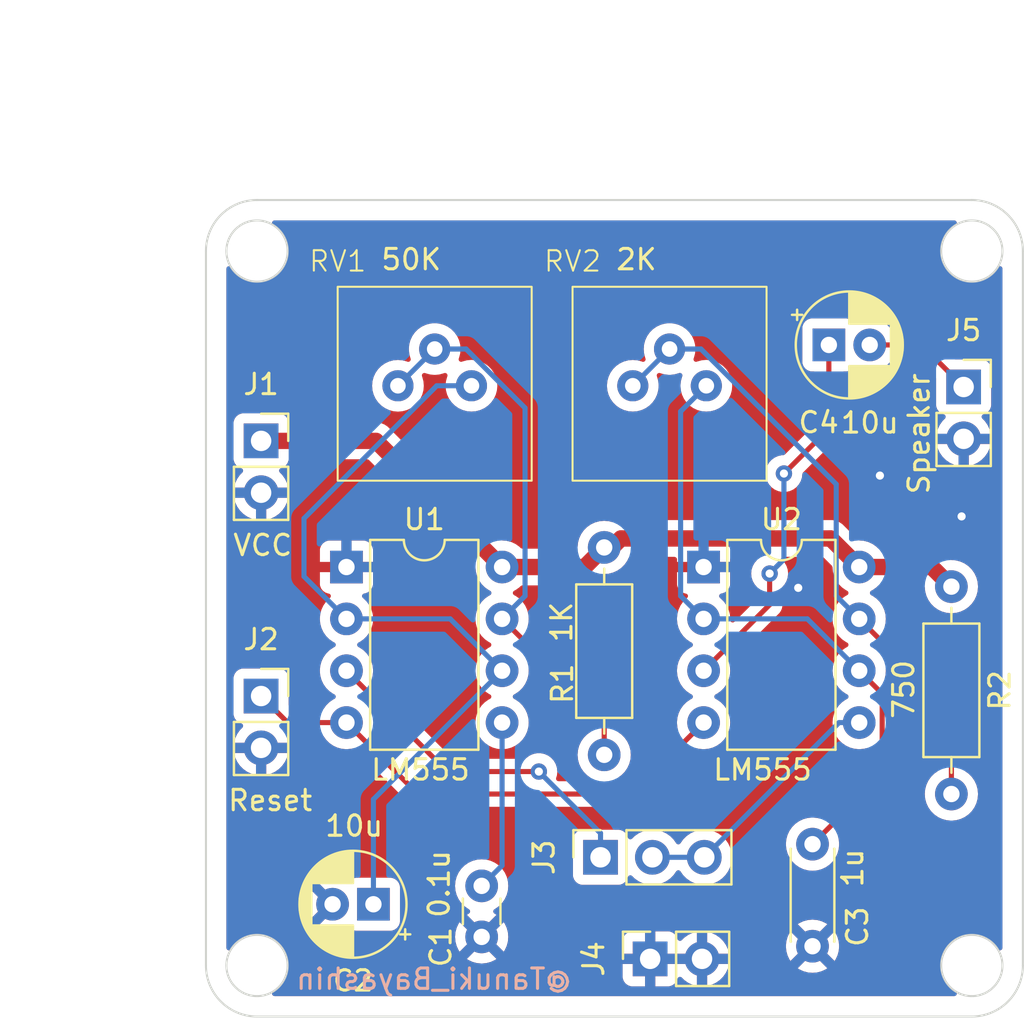
<source format=kicad_pcb>
(kicad_pcb (version 20240108) (generator "pcbnew") (generator_version "8.0")
  (layers (0 "F.Cu" signal) (31 "B.Cu" signal) (34 "B.Paste" user) (35 "F.Paste" user) (36 "B.SilkS" user "B.Silkscreen") (37 "F.SilkS" user "F.Silkscreen") (38 "B.Mask" user) (39 "F.Mask" user) (44 "Edge.Cuts" user))
  (net 0 "")
  (net 1 "Net-(U1-CV)")
  (net 2 "GND")
  (net 3 "Net-(U1-THR)")
  (net 4 "Net-(U2-THR)")
  (net 5 "Net-(U2-Q)")
  (net 6 "Net-(J2-Pin_1)")
  (net 7 "+8V")
  (net 8 "Net-(U1-DIS)")
  (net 9 "Net-(U2-DIS)")
  (net 10 "Net-(J5-Pin_1)")
  (net 11 "Net-(J3-Pin_1)")
  (net 12 "Net-(J3-Pin_2)")
  (footprint "Capacitor_THT:C_Disc_D4.3mm_W1.9mm_P5.00mm" (layer "F.Cu") (at 139.7 91.556 -90)
    (property "Reference" "C3" (at 4.044 -2.2 90) (layer "F.SilkS"))
    (property "Value" "1u")
    (fp_line (start 0.23 1.07) (end 4.77 1.07) (stroke (width 0.12)) (layer "F.SilkS"))
    (fp_line (start 0.23 1.055) (end 0.23 1.07) (stroke (width 0.12)) (layer "F.SilkS"))
    (fp_line (start 4.77 1.055) (end 4.77 1.07) (stroke (width 0.12)) (layer "F.SilkS"))
    (fp_line (start 0.23 -1.07) (end 0.23 -1.055) (stroke (width 0.12)) (layer "F.SilkS"))
    (fp_line (start 0.23 -1.07) (end 4.77 -1.07) (stroke (width 0.12)) (layer "F.SilkS"))
    (fp_line (start 4.77 -1.07) (end 4.77 -1.055) (stroke (width 0.12)) (layer "F.SilkS"))
    (pad "1" thru_hole circle (at 0 0 270) (size 1.6 1.6) (drill 0.8) (layers "*.Cu" "*.Mask") (net 4 "Net-(U2-THR)"))
    (pad "2" thru_hole circle (at 5 0 270) (size 1.6 1.6) (drill 0.8) (layers "*.Cu" "*.Mask") (net 2 "GND"))
  )
  (footprint "Connector_PinSocket_2.54mm:PinSocket_1x02_P2.54mm_Vertical" (layer "F.Cu") (at 147.1 69.16)
    (property "Reference" "J5" (at 0 -2.77 0) (layer "F.SilkS"))
    (property "Value" "Conn_01x02_Socket")
    (fp_line (start -1.33 1.27) (end -1.33 3.87) (stroke (width 0.12)) (layer "F.SilkS"))
    (fp_line (start -1.33 1.27) (end 1.33 1.27) (stroke (width 0.12)) (layer "F.SilkS"))
    (fp_line (start -1.33 3.87) (end 1.33 3.87) (stroke (width 0.12)) (layer "F.SilkS"))
    (fp_line (start 0 -1.33) (end 1.33 -1.33) (stroke (width 0.12)) (layer "F.SilkS"))
    (fp_line (start 1.33 -1.33) (end 1.33 0) (stroke (width 0.12)) (layer "F.SilkS"))
    (fp_line (start 1.33 1.27) (end 1.33 3.87) (stroke (width 0.12)) (layer "F.SilkS"))
    (pad "1" thru_hole rect (at 0 0) (size 1.7 1.7) (drill 1) (layers "*.Cu" "*.Mask") (net 10 "Net-(J5-Pin_1)"))
    (pad "2" thru_hole oval (at 0 2.54) (size 1.7 1.7) (drill 1) (layers "*.Cu" "*.Mask") (net 2 "GND"))
  )
  (footprint "Package_DIP:DIP-8_W7.62mm" (layer "F.Cu") (at 134.366 77.98)
    (property "Reference" "U2" (at 3.81 -2.33 0) (layer "F.SilkS"))
    (property "Value" "LM555xN")
    (fp_line (start 1.16 -1.33) (end 1.16 8.95) (stroke (width 0.12)) (layer "F.SilkS"))
    (fp_line (start 1.16 8.95) (end 6.46 8.95) (stroke (width 0.12)) (layer "F.SilkS"))
    (fp_line (start 2.81 -1.33) (end 1.16 -1.33) (stroke (width 0.12)) (layer "F.SilkS"))
    (fp_line (start 6.46 -1.33) (end 4.81 -1.33) (stroke (width 0.12)) (layer "F.SilkS"))
    (fp_line (start 6.46 8.95) (end 6.46 -1.33) (stroke (width 0.12)) (layer "F.SilkS"))
    (fp_arc (start 4.81 -1.33) (mid 3.81 -0.33) (end 2.81 -1.33) (stroke (width 0.12)) (layer "F.SilkS"))
    (pad "1" thru_hole rect (at 0 0) (size 1.6 1.6) (drill 0.8) (layers "*.Cu" "*.Mask") (net 2 "GND"))
    (pad "2" thru_hole oval (at 0 2.54) (size 1.6 1.6) (drill 0.8) (layers "*.Cu" "*.Mask") (net 4 "Net-(U2-THR)"))
    (pad "3" thru_hole oval (at 0 5.08) (size 1.6 1.6) (drill 0.8) (layers "*.Cu" "*.Mask") (net 5 "Net-(U2-Q)"))
    (pad "4" thru_hole oval (at 0 7.62) (size 1.6 1.6) (drill 0.8) (layers "*.Cu" "*.Mask") (net 6 "Net-(J2-Pin_1)"))
    (pad "5" thru_hole oval (at 7.62 7.62) (size 1.6 1.6) (drill 0.8) (layers "*.Cu" "*.Mask") (net 12 "Net-(J3-Pin_2)"))
    (pad "6" thru_hole oval (at 7.62 5.08) (size 1.6 1.6) (drill 0.8) (layers "*.Cu" "*.Mask") (net 4 "Net-(U2-THR)"))
    (pad "7" thru_hole oval (at 7.62 2.54) (size 1.6 1.6) (drill 0.8) (layers "*.Cu" "*.Mask") (net 9 "Net-(U2-DIS)"))
    (pad "8" thru_hole oval (at 7.62 0) (size 1.6 1.6) (drill 0.8) (layers "*.Cu" "*.Mask") (net 7 "+8V"))
  )
  (footprint "Package_DIP:DIP-8_W7.62mm" (layer "F.Cu") (at 116.88 77.98)
    (property "Reference" "U1" (at 3.81 -2.33 0) (layer "F.SilkS"))
    (property "Value" "LM555xN")
    (fp_line (start 1.16 -1.33) (end 1.16 8.95) (stroke (width 0.12)) (layer "F.SilkS"))
    (fp_line (start 1.16 8.95) (end 6.46 8.95) (stroke (width 0.12)) (layer "F.SilkS"))
    (fp_line (start 2.81 -1.33) (end 1.16 -1.33) (stroke (width 0.12)) (layer "F.SilkS"))
    (fp_line (start 6.46 -1.33) (end 4.81 -1.33) (stroke (width 0.12)) (layer "F.SilkS"))
    (fp_line (start 6.46 8.95) (end 6.46 -1.33) (stroke (width 0.12)) (layer "F.SilkS"))
    (fp_arc (start 4.81 -1.33) (mid 3.81 -0.33) (end 2.81 -1.33) (stroke (width 0.12)) (layer "F.SilkS"))
    (pad "1" thru_hole rect (at 0 0) (size 1.6 1.6) (drill 0.8) (layers "*.Cu" "*.Mask") (net 2 "GND"))
    (pad "2" thru_hole oval (at 0 2.54) (size 1.6 1.6) (drill 0.8) (layers "*.Cu" "*.Mask") (net 3 "Net-(U1-THR)"))
    (pad "3" thru_hole oval (at 0 5.08) (size 1.6 1.6) (drill 0.8) (layers "*.Cu" "*.Mask") (net 11 "Net-(J3-Pin_1)"))
    (pad "4" thru_hole oval (at 0 7.62) (size 1.6 1.6) (drill 0.8) (layers "*.Cu" "*.Mask") (net 6 "Net-(J2-Pin_1)"))
    (pad "5" thru_hole oval (at 7.62 7.62) (size 1.6 1.6) (drill 0.8) (layers "*.Cu" "*.Mask") (net 1 "Net-(U1-CV)"))
    (pad "6" thru_hole oval (at 7.62 5.08) (size 1.6 1.6) (drill 0.8) (layers "*.Cu" "*.Mask") (net 3 "Net-(U1-THR)"))
    (pad "7" thru_hole oval (at 7.62 2.54) (size 1.6 1.6) (drill 0.8) (layers "*.Cu" "*.Mask") (net 8 "Net-(U1-DIS)"))
    (pad "8" thru_hole oval (at 7.62 0) (size 1.6 1.6) (drill 0.8) (layers "*.Cu" "*.Mask") (net 7 "+8V"))
  )
  (footprint "Connector_PinSocket_2.54mm:PinSocket_1x02_P2.54mm_Vertical" (layer "F.Cu") (at 112.7 71.8)
    (property "Reference" "J1" (at 0 -2.77 0) (layer "F.SilkS"))
    (property "Value" "Conn_01x02_Socket")
    (fp_line (start -1.33 1.27) (end -1.33 3.87) (stroke (width 0.12)) (layer "F.SilkS"))
    (fp_line (start -1.33 1.27) (end 1.33 1.27) (stroke (width 0.12)) (layer "F.SilkS"))
    (fp_line (start -1.33 3.87) (end 1.33 3.87) (stroke (width 0.12)) (layer "F.SilkS"))
    (fp_line (start 0 -1.33) (end 1.33 -1.33) (stroke (width 0.12)) (layer "F.SilkS"))
    (fp_line (start 1.33 -1.33) (end 1.33 0) (stroke (width 0.12)) (layer "F.SilkS"))
    (fp_line (start 1.33 1.27) (end 1.33 3.87) (stroke (width 0.12)) (layer "F.SilkS"))
    (pad "1" thru_hole rect (at 0 0) (size 1.7 1.7) (drill 1) (layers "*.Cu" "*.Mask") (net 7 "+8V"))
    (pad "2" thru_hole oval (at 0 2.54) (size 1.7 1.7) (drill 1) (layers "*.Cu" "*.Mask") (net 2 "GND"))
  )
  (footprint "Capacitor_THT:CP_Radial_D5.0mm_P2.00mm" (layer "F.Cu") (at 118.2 94.5 180)
    (property "Reference" "C2" (at 1 -3.75 0) (layer "F.SilkS"))
    (property "Value" "10u")
    (fp_line (start 3.601 -0.284) (end 3.601 0.284) (stroke (width 0.12)) (layer "F.SilkS"))
    (fp_line (start 3.561 -0.518) (end 3.561 0.518) (stroke (width 0.12)) (layer "F.SilkS"))
    (fp_line (start 3.521 -0.677) (end 3.521 0.677) (stroke (width 0.12)) (layer "F.SilkS"))
    (fp_line (start 3.481 -0.805) (end 3.481 0.805) (stroke (width 0.12)) (layer "F.SilkS"))
    (fp_line (start 3.441 -0.915) (end 3.441 0.915) (stroke (width 0.12)) (layer "F.SilkS"))
    (fp_line (start 3.401 -1.011) (end 3.401 1.011) (stroke (width 0.12)) (layer "F.SilkS"))
    (fp_line (start 3.361 -1.098) (end 3.361 1.098) (stroke (width 0.12)) (layer "F.SilkS"))
    (fp_line (start 3.321 -1.178) (end 3.321 1.178) (stroke (width 0.12)) (layer "F.SilkS"))
    (fp_line (start 3.281 -1.251) (end 3.281 1.251) (stroke (width 0.12)) (layer "F.SilkS"))
    (fp_line (start 3.241 -1.319) (end 3.241 1.319) (stroke (width 0.12)) (layer "F.SilkS"))
    (fp_line (start 3.201 -1.383) (end 3.201 1.383) (stroke (width 0.12)) (layer "F.SilkS"))
    (fp_line (start 3.161 -1.443) (end 3.161 1.443) (stroke (width 0.12)) (layer "F.SilkS"))
    (fp_line (start 3.121 -1.5) (end 3.121 1.5) (stroke (width 0.12)) (layer "F.SilkS"))
    (fp_line (start 3.081 -1.554) (end 3.081 1.554) (stroke (width 0.12)) (layer "F.SilkS"))
    (fp_line (start 3.041 -1.605) (end 3.041 1.605) (stroke (width 0.12)) (layer "F.SilkS"))
    (fp_line (start 3.001 1.04) (end 3.001 1.653) (stroke (width 0.12)) (layer "F.SilkS"))
    (fp_line (start 3.001 -1.653) (end 3.001 -1.04) (stroke (width 0.12)) (layer "F.SilkS"))
    (fp_line (start 2.961 1.04) (end 2.961 1.699) (stroke (width 0.12)) (layer "F.SilkS"))
    (fp_line (start 2.961 -1.699) (end 2.961 -1.04) (stroke (width 0.12)) (layer "F.SilkS"))
    (fp_line (start 2.921 1.04) (end 2.921 1.743) (stroke (width 0.12)) (layer "F.SilkS"))
    (fp_line (start 2.921 -1.743) (end 2.921 -1.04) (stroke (width 0.12)) (layer "F.SilkS"))
    (fp_line (start 2.881 1.04) (end 2.881 1.785) (stroke (width 0.12)) (layer "F.SilkS"))
    (fp_line (start 2.881 -1.785) (end 2.881 -1.04) (stroke (width 0.12)) (layer "F.SilkS"))
    (fp_line (start 2.841 1.04) (end 2.841 1.826) (stroke (width 0.12)) (layer "F.SilkS"))
    (fp_line (start 2.841 -1.826) (end 2.841 -1.04) (stroke (width 0.12)) (layer "F.SilkS"))
    (fp_line (start 2.801 1.04) (end 2.801 1.864) (stroke (width 0.12)) (layer "F.SilkS"))
    (fp_line (start 2.801 -1.864) (end 2.801 -1.04) (stroke (width 0.12)) (layer "F.SilkS"))
    (fp_line (start 2.761 1.04) (end 2.761 1.901) (stroke (width 0.12)) (layer "F.SilkS"))
    (fp_line (start 2.761 -1.901) (end 2.761 -1.04) (stroke (width 0.12)) (layer "F.SilkS"))
    (fp_line (start 2.721 1.04) (end 2.721 1.937) (stroke (width 0.12)) (layer "F.SilkS"))
    (fp_line (start 2.721 -1.937) (end 2.721 -1.04) (stroke (width 0.12)) (layer "F.SilkS"))
    (fp_line (start 2.681 1.04) (end 2.681 1.971) (stroke (width 0.12)) (layer "F.SilkS"))
    (fp_line (start 2.681 -1.971) (end 2.681 -1.04) (stroke (width 0.12)) (layer "F.SilkS"))
    (fp_line (start 2.641 1.04) (end 2.641 2.004) (stroke (width 0.12)) (layer "F.SilkS"))
    (fp_line (start 2.641 -2.004) (end 2.641 -1.04) (stroke (width 0.12)) (layer "F.SilkS"))
    (fp_line (start 2.601 1.04) (end 2.601 2.035) (stroke (width 0.12)) (layer "F.SilkS"))
    (fp_line (start 2.601 -2.035) (end 2.601 -1.04) (stroke (width 0.12)) (layer "F.SilkS"))
    (fp_line (start 2.561 1.04) (end 2.561 2.065) (stroke (width 0.12)) (layer "F.SilkS"))
    (fp_line (start 2.561 -2.065) (end 2.561 -1.04) (stroke (width 0.12)) (layer "F.SilkS"))
    (fp_line (start 2.521 1.04) (end 2.521 2.095) (stroke (width 0.12)) (layer "F.SilkS"))
    (fp_line (start 2.521 -2.095) (end 2.521 -1.04) (stroke (width 0.12)) (layer "F.SilkS"))
    (fp_line (start 2.481 1.04) (end 2.481 2.122) (stroke (width 0.12)) (layer "F.SilkS"))
    (fp_line (start 2.481 -2.122) (end 2.481 -1.04) (stroke (width 0.12)) (layer "F.SilkS"))
    (fp_line (start 2.441 1.04) (end 2.441 2.149) (stroke (width 0.12)) (layer "F.SilkS"))
    (fp_line (start 2.441 -2.149) (end 2.441 -1.04) (stroke (width 0.12)) (layer "F.SilkS"))
    (fp_line (start 2.401 1.04) (end 2.401 2.175) (stroke (width 0.12)) (layer "F.SilkS"))
    (fp_line (start 2.401 -2.175) (end 2.401 -1.04) (stroke (width 0.12)) (layer "F.SilkS"))
    (fp_line (start 2.361 1.04) (end 2.361 2.2) (stroke (width 0.12)) (layer "F.SilkS"))
    (fp_line (start 2.361 -2.2) (end 2.361 -1.04) (stroke (width 0.12)) (layer "F.SilkS"))
    (fp_line (start 2.321 1.04) (end 2.321 2.224) (stroke (width 0.12)) (layer "F.SilkS"))
    (fp_line (start 2.321 -2.224) (end 2.321 -1.04) (stroke (width 0.12)) (layer "F.SilkS"))
    (fp_line (start 2.281 1.04) (end 2.281 2.247) (stroke (width 0.12)) (layer "F.SilkS"))
    (fp_line (start 2.281 -2.247) (end 2.281 -1.04) (stroke (width 0.12)) (layer "F.SilkS"))
    (fp_line (start 2.241 1.04) (end 2.241 2.268) (stroke (width 0.12)) (layer "F.SilkS"))
    (fp_line (start 2.241 -2.268) (end 2.241 -1.04) (stroke (width 0.12)) (layer "F.SilkS"))
    (fp_line (start 2.201 1.04) (end 2.201 2.29) (stroke (width 0.12)) (layer "F.SilkS"))
    (fp_line (start 2.201 -2.29) (end 2.201 -1.04) (stroke (width 0.12)) (layer "F.SilkS"))
    (fp_line (start 2.161 1.04) (end 2.161 2.31) (stroke (width 0.12)) (layer "F.SilkS"))
    (fp_line (start 2.161 -2.31) (end 2.161 -1.04) (stroke (width 0.12)) (layer "F.SilkS"))
    (fp_line (start 2.121 1.04) (end 2.121 2.329) (stroke (width 0.12)) (layer "F.SilkS"))
    (fp_line (start 2.121 -2.329) (end 2.121 -1.04) (stroke (width 0.12)) (layer "F.SilkS"))
    (fp_line (start 2.081 1.04) (end 2.081 2.348) (stroke (width 0.12)) (layer "F.SilkS"))
    (fp_line (start 2.081 -2.348) (end 2.081 -1.04) (stroke (width 0.12)) (layer "F.SilkS"))
    (fp_line (start 2.041 1.04) (end 2.041 2.365) (stroke (width 0.12)) (layer "F.SilkS"))
    (fp_line (start 2.041 -2.365) (end 2.041 -1.04) (stroke (width 0.12)) (layer "F.SilkS"))
    (fp_line (start 2.001 1.04) (end 2.001 2.382) (stroke (width 0.12)) (layer "F.SilkS"))
    (fp_line (start 2.001 -2.382) (end 2.001 -1.04) (stroke (width 0.12)) (layer "F.SilkS"))
    (fp_line (start 1.961 1.04) (end 1.961 2.398) (stroke (width 0.12)) (layer "F.SilkS"))
    (fp_line (start 1.961 -2.398) (end 1.961 -1.04) (stroke (width 0.12)) (layer "F.SilkS"))
    (fp_line (start 1.921 1.04) (end 1.921 2.414) (stroke (width 0.12)) (layer "F.SilkS"))
    (fp_line (start 1.921 -2.414) (end 1.921 -1.04) (stroke (width 0.12)) (layer "F.SilkS"))
    (fp_line (start 1.881 1.04) (end 1.881 2.428) (stroke (width 0.12)) (layer "F.SilkS"))
    (fp_line (start 1.881 -2.428) (end 1.881 -1.04) (stroke (width 0.12)) (layer "F.SilkS"))
    (fp_line (start 1.841 1.04) (end 1.841 2.442) (stroke (width 0.12)) (layer "F.SilkS"))
    (fp_line (start 1.841 -2.442) (end 1.841 -1.04) (stroke (width 0.12)) (layer "F.SilkS"))
    (fp_line (start 1.801 1.04) (end 1.801 2.455) (stroke (width 0.12)) (layer "F.SilkS"))
    (fp_line (start 1.801 -2.455) (end 1.801 -1.04) (stroke (width 0.12)) (layer "F.SilkS"))
    (fp_line (start 1.761 1.04) (end 1.761 2.468) (stroke (width 0.12)) (layer "F.SilkS"))
    (fp_line (start 1.761 -2.468) (end 1.761 -1.04) (stroke (width 0.12)) (layer "F.SilkS"))
    (fp_line (start 1.721 1.04) (end 1.721 2.48) (stroke (width 0.12)) (layer "F.SilkS"))
    (fp_line (start 1.721 -2.48) (end 1.721 -1.04) (stroke (width 0.12)) (layer "F.SilkS"))
    (fp_line (start 1.68 1.04) (end 1.68 2.491) (stroke (width 0.12)) (layer "F.SilkS"))
    (fp_line (start 1.68 -2.491) (end 1.68 -1.04) (stroke (width 0.12)) (layer "F.SilkS"))
    (fp_line (start 1.64 1.04) (end 1.64 2.501) (stroke (width 0.12)) (layer "F.SilkS"))
    (fp_line (start 1.64 -2.501) (end 1.64 -1.04) (stroke (width 0.12)) (layer "F.SilkS"))
    (fp_line (start 1.6 1.04) (end 1.6 2.511) (stroke (width 0.12)) (layer "F.SilkS"))
    (fp_line (start 1.6 -2.511) (end 1.6 -1.04) (stroke (width 0.12)) (layer "F.SilkS"))
    (fp_line (start 1.56 1.04) (end 1.56 2.52) (stroke (width 0.12)) (layer "F.SilkS"))
    (fp_line (start 1.56 -2.52) (end 1.56 -1.04) (stroke (width 0.12)) (layer "F.SilkS"))
    (fp_line (start 1.52 1.04) (end 1.52 2.528) (stroke (width 0.12)) (layer "F.SilkS"))
    (fp_line (start 1.52 -2.528) (end 1.52 -1.04) (stroke (width 0.12)) (layer "F.SilkS"))
    (fp_line (start 1.48 1.04) (end 1.48 2.536) (stroke (width 0.12)) (layer "F.SilkS"))
    (fp_line (start 1.48 -2.536) (end 1.48 -1.04) (stroke (width 0.12)) (layer "F.SilkS"))
    (fp_line (start 1.44 1.04) (end 1.44 2.543) (stroke (width 0.12)) (layer "F.SilkS"))
    (fp_line (start 1.44 -2.543) (end 1.44 -1.04) (stroke (width 0.12)) (layer "F.SilkS"))
    (fp_line (start 1.4 1.04) (end 1.4 2.55) (stroke (width 0.12)) (layer "F.SilkS"))
    (fp_line (start 1.4 -2.55) (end 1.4 -1.04) (stroke (width 0.12)) (layer "F.SilkS"))
    (fp_line (start 1.36 1.04) (end 1.36 2.556) (stroke (width 0.12)) (layer "F.SilkS"))
    (fp_line (start 1.36 -2.556) (end 1.36 -1.04) (stroke (width 0.12)) (layer "F.SilkS"))
    (fp_line (start 1.32 1.04) (end 1.32 2.561) (stroke (width 0.12)) (layer "F.SilkS"))
    (fp_line (start 1.32 -2.561) (end 1.32 -1.04) (stroke (width 0.12)) (layer "F.SilkS"))
    (fp_line (start 1.28 1.04) (end 1.28 2.565) (stroke (width 0.12)) (layer "F.SilkS"))
    (fp_line (start 1.28 -2.565) (end 1.28 -1.04) (stroke (width 0.12)) (layer "F.SilkS"))
    (fp_line (start 1.24 1.04) (end 1.24 2.569) (stroke (width 0.12)) (layer "F.SilkS"))
    (fp_line (start 1.24 -2.569) (end 1.24 -1.04) (stroke (width 0.12)) (layer "F.SilkS"))
    (fp_line (start 1.2 1.04) (end 1.2 2.573) (stroke (width 0.12)) (layer "F.SilkS"))
    (fp_line (start 1.2 -2.573) (end 1.2 -1.04) (stroke (width 0.12)) (layer "F.SilkS"))
    (fp_line (start 1.16 1.04) (end 1.16 2.576) (stroke (width 0.12)) (layer "F.SilkS"))
    (fp_line (start 1.16 -2.576) (end 1.16 -1.04) (stroke (width 0.12)) (layer "F.SilkS"))
    (fp_line (start 1.12 1.04) (end 1.12 2.578) (stroke (width 0.12)) (layer "F.SilkS"))
    (fp_line (start 1.12 -2.578) (end 1.12 -1.04) (stroke (width 0.12)) (layer "F.SilkS"))
    (fp_line (start 1.08 1.04) (end 1.08 2.579) (stroke (width 0.12)) (layer "F.SilkS"))
    (fp_line (start 1.08 -2.579) (end 1.08 -1.04) (stroke (width 0.12)) (layer "F.SilkS"))
    (fp_line (start 1.04 1.04) (end 1.04 2.58) (stroke (width 0.12)) (layer "F.SilkS"))
    (fp_line (start 1.04 -2.58) (end 1.04 -1.04) (stroke (width 0.12)) (layer "F.SilkS"))
    (fp_line (start 1 1.04) (end 1 2.58) (stroke (width 0.12)) (layer "F.SilkS"))
    (fp_line (start 1 -2.58) (end 1 -1.04) (stroke (width 0.12)) (layer "F.SilkS"))
    (fp_line (start -1.554775 -1.725) (end -1.554775 -1.225) (stroke (width 0.12)) (layer "F.SilkS"))
    (fp_line (start -1.804775 -1.475) (end -1.304775 -1.475) (stroke (width 0.12)) (layer "F.SilkS"))
    (fp_circle (center 1 0) (end 3.62 0) (stroke (width 0.12)) (fill none) (layer "F.SilkS"))
    (pad "1" thru_hole rect (at 0 0 180) (size 1.6 1.6) (drill 0.8) (layers "*.Cu" "*.Mask") (net 3 "Net-(U1-THR)"))
    (pad "2" thru_hole circle (at 2 0 180) (size 1.6 1.6) (drill 0.8) (layers "*.Cu" "*.Mask") (net 2 "GND"))
  )
  (footprint "Connector_PinSocket_2.54mm:PinSocket_1x03_P2.54mm_Vertical" (layer "F.Cu") (at 129.32 92.2 90)
    (property "Reference" "J3" (at 0 -2.77 90) (layer "F.SilkS"))
    (property "Value" "Conn_01x03_Socket")
    (fp_line (start 1.33 -1.33) (end 1.33 0) (stroke (width 0.12)) (layer "F.SilkS"))
    (fp_line (start 0 -1.33) (end 1.33 -1.33) (stroke (width 0.12)) (layer "F.SilkS"))
    (fp_line (start 1.33 1.27) (end 1.33 6.41) (stroke (width 0.12)) (layer "F.SilkS"))
    (fp_line (start -1.33 1.27) (end 1.33 1.27) (stroke (width 0.12)) (layer "F.SilkS"))
    (fp_line (start -1.33 1.27) (end -1.33 6.41) (stroke (width 0.12)) (layer "F.SilkS"))
    (fp_line (start -1.33 6.41) (end 1.33 6.41) (stroke (width 0.12)) (layer "F.SilkS"))
    (pad "1" thru_hole rect (at 0 0 90) (size 1.7 1.7) (drill 1) (layers "*.Cu" "*.Mask") (net 11 "Net-(J3-Pin_1)"))
    (pad "2" thru_hole oval (at 0 2.54 90) (size 1.7 1.7) (drill 1) (layers "*.Cu" "*.Mask") (net 12 "Net-(J3-Pin_2)"))
    (pad "3" thru_hole oval (at 0 5.08 90) (size 1.7 1.7) (drill 1) (layers "*.Cu" "*.Mask") (net 12 "Net-(J3-Pin_2)"))
  )
  (footprint "Library:50K_VR" (layer "F.Cu") (at 127.95 64.25)
    (property "Reference" "RV2" (at 0 -1.25 0) (layer "F.SilkS") (effects (font (thickness 0.1))))
    (property "Value" "2K")
    (fp_rect (start 0 0) (end 9.5 9.5) (stroke (width 0.1)) (fill none) (layer "F.SilkS"))
    (pad "1" thru_hole circle (at 2.95 4.85) (size 1.524 1.524) (drill 0.762) (layers "*.Cu" "*.Mask") (net 9 "Net-(U2-DIS)"))
    (pad "2" thru_hole circle (at 4.75 3.05) (size 1.524 1.524) (drill 0.762) (layers "*.Cu" "*.Mask") (net 9 "Net-(U2-DIS)"))
    (pad "3" thru_hole circle (at 6.55 4.85) (size 1.524 1.524) (drill 0.762) (layers "*.Cu" "*.Mask") (net 4 "Net-(U2-THR)"))
  )
  (footprint "Capacitor_THT:CP_Radial_D5.0mm_P2.00mm" (layer "F.Cu") (at 140.5 67.1)
    (property "Reference" "C4" (at -0.5 3.8 0) (layer "F.SilkS"))
    (property "Value" "10u")
    (fp_line (start -1.804775 -1.475) (end -1.304775 -1.475) (stroke (width 0.12)) (layer "F.SilkS"))
    (fp_line (start -1.554775 -1.725) (end -1.554775 -1.225) (stroke (width 0.12)) (layer "F.SilkS"))
    (fp_line (start 1 -2.58) (end 1 -1.04) (stroke (width 0.12)) (layer "F.SilkS"))
    (fp_line (start 1 1.04) (end 1 2.58) (stroke (width 0.12)) (layer "F.SilkS"))
    (fp_line (start 1.04 -2.58) (end 1.04 -1.04) (stroke (width 0.12)) (layer "F.SilkS"))
    (fp_line (start 1.04 1.04) (end 1.04 2.58) (stroke (width 0.12)) (layer "F.SilkS"))
    (fp_line (start 1.08 -2.579) (end 1.08 -1.04) (stroke (width 0.12)) (layer "F.SilkS"))
    (fp_line (start 1.08 1.04) (end 1.08 2.579) (stroke (width 0.12)) (layer "F.SilkS"))
    (fp_line (start 1.12 -2.578) (end 1.12 -1.04) (stroke (width 0.12)) (layer "F.SilkS"))
    (fp_line (start 1.12 1.04) (end 1.12 2.578) (stroke (width 0.12)) (layer "F.SilkS"))
    (fp_line (start 1.16 -2.576) (end 1.16 -1.04) (stroke (width 0.12)) (layer "F.SilkS"))
    (fp_line (start 1.16 1.04) (end 1.16 2.576) (stroke (width 0.12)) (layer "F.SilkS"))
    (fp_line (start 1.2 -2.573) (end 1.2 -1.04) (stroke (width 0.12)) (layer "F.SilkS"))
    (fp_line (start 1.2 1.04) (end 1.2 2.573) (stroke (width 0.12)) (layer "F.SilkS"))
    (fp_line (start 1.24 -2.569) (end 1.24 -1.04) (stroke (width 0.12)) (layer "F.SilkS"))
    (fp_line (start 1.24 1.04) (end 1.24 2.569) (stroke (width 0.12)) (layer "F.SilkS"))
    (fp_line (start 1.28 -2.565) (end 1.28 -1.04) (stroke (width 0.12)) (layer "F.SilkS"))
    (fp_line (start 1.28 1.04) (end 1.28 2.565) (stroke (width 0.12)) (layer "F.SilkS"))
    (fp_line (start 1.32 -2.561) (end 1.32 -1.04) (stroke (width 0.12)) (layer "F.SilkS"))
    (fp_line (start 1.32 1.04) (end 1.32 2.561) (stroke (width 0.12)) (layer "F.SilkS"))
    (fp_line (start 1.36 -2.556) (end 1.36 -1.04) (stroke (width 0.12)) (layer "F.SilkS"))
    (fp_line (start 1.36 1.04) (end 1.36 2.556) (stroke (width 0.12)) (layer "F.SilkS"))
    (fp_line (start 1.4 -2.55) (end 1.4 -1.04) (stroke (width 0.12)) (layer "F.SilkS"))
    (fp_line (start 1.4 1.04) (end 1.4 2.55) (stroke (width 0.12)) (layer "F.SilkS"))
    (fp_line (start 1.44 -2.543) (end 1.44 -1.04) (stroke (width 0.12)) (layer "F.SilkS"))
    (fp_line (start 1.44 1.04) (end 1.44 2.543) (stroke (width 0.12)) (layer "F.SilkS"))
    (fp_line (start 1.48 -2.536) (end 1.48 -1.04) (stroke (width 0.12)) (layer "F.SilkS"))
    (fp_line (start 1.48 1.04) (end 1.48 2.536) (stroke (width 0.12)) (layer "F.SilkS"))
    (fp_line (start 1.52 -2.528) (end 1.52 -1.04) (stroke (width 0.12)) (layer "F.SilkS"))
    (fp_line (start 1.52 1.04) (end 1.52 2.528) (stroke (width 0.12)) (layer "F.SilkS"))
    (fp_line (start 1.56 -2.52) (end 1.56 -1.04) (stroke (width 0.12)) (layer "F.SilkS"))
    (fp_line (start 1.56 1.04) (end 1.56 2.52) (stroke (width 0.12)) (layer "F.SilkS"))
    (fp_line (start 1.6 -2.511) (end 1.6 -1.04) (stroke (width 0.12)) (layer "F.SilkS"))
    (fp_line (start 1.6 1.04) (end 1.6 2.511) (stroke (width 0.12)) (layer "F.SilkS"))
    (fp_line (start 1.64 -2.501) (end 1.64 -1.04) (stroke (width 0.12)) (layer "F.SilkS"))
    (fp_line (start 1.64 1.04) (end 1.64 2.501) (stroke (width 0.12)) (layer "F.SilkS"))
    (fp_line (start 1.68 -2.491) (end 1.68 -1.04) (stroke (width 0.12)) (layer "F.SilkS"))
    (fp_line (start 1.68 1.04) (end 1.68 2.491) (stroke (width 0.12)) (layer "F.SilkS"))
    (fp_line (start 1.721 -2.48) (end 1.721 -1.04) (stroke (width 0.12)) (layer "F.SilkS"))
    (fp_line (start 1.721 1.04) (end 1.721 2.48) (stroke (width 0.12)) (layer "F.SilkS"))
    (fp_line (start 1.761 -2.468) (end 1.761 -1.04) (stroke (width 0.12)) (layer "F.SilkS"))
    (fp_line (start 1.761 1.04) (end 1.761 2.468) (stroke (width 0.12)) (layer "F.SilkS"))
    (fp_line (start 1.801 -2.455) (end 1.801 -1.04) (stroke (width 0.12)) (layer "F.SilkS"))
    (fp_line (start 1.801 1.04) (end 1.801 2.455) (stroke (width 0.12)) (layer "F.SilkS"))
    (fp_line (start 1.841 -2.442) (end 1.841 -1.04) (stroke (width 0.12)) (layer "F.SilkS"))
    (fp_line (start 1.841 1.04) (end 1.841 2.442) (stroke (width 0.12)) (layer "F.SilkS"))
    (fp_line (start 1.881 -2.428) (end 1.881 -1.04) (stroke (width 0.12)) (layer "F.SilkS"))
    (fp_line (start 1.881 1.04) (end 1.881 2.428) (stroke (width 0.12)) (layer "F.SilkS"))
    (fp_line (start 1.921 -2.414) (end 1.921 -1.04) (stroke (width 0.12)) (layer "F.SilkS"))
    (fp_line (start 1.921 1.04) (end 1.921 2.414) (stroke (width 0.12)) (layer "F.SilkS"))
    (fp_line (start 1.961 -2.398) (end 1.961 -1.04) (stroke (width 0.12)) (layer "F.SilkS"))
    (fp_line (start 1.961 1.04) (end 1.961 2.398) (stroke (width 0.12)) (layer "F.SilkS"))
    (fp_line (start 2.001 -2.382) (end 2.001 -1.04) (stroke (width 0.12)) (layer "F.SilkS"))
    (fp_line (start 2.001 1.04) (end 2.001 2.382) (stroke (width 0.12)) (layer "F.SilkS"))
    (fp_line (start 2.041 -2.365) (end 2.041 -1.04) (stroke (width 0.12)) (layer "F.SilkS"))
    (fp_line (start 2.041 1.04) (end 2.041 2.365) (stroke (width 0.12)) (layer "F.SilkS"))
    (fp_line (start 2.081 -2.348) (end 2.081 -1.04) (stroke (width 0.12)) (layer "F.SilkS"))
    (fp_line (start 2.081 1.04) (end 2.081 2.348) (stroke (width 0.12)) (layer "F.SilkS"))
    (fp_line (start 2.121 -2.329) (end 2.121 -1.04) (stroke (width 0.12)) (layer "F.SilkS"))
    (fp_line (start 2.121 1.04) (end 2.121 2.329) (stroke (width 0.12)) (layer "F.SilkS"))
    (fp_line (start 2.161 -2.31) (end 2.161 -1.04) (stroke (width 0.12)) (layer "F.SilkS"))
    (fp_line (start 2.161 1.04) (end 2.161 2.31) (stroke (width 0.12)) (layer "F.SilkS"))
    (fp_line (start 2.201 -2.29) (end 2.201 -1.04) (stroke (width 0.12)) (layer "F.SilkS"))
    (fp_line (start 2.201 1.04) (end 2.201 2.29) (stroke (width 0.12)) (layer "F.SilkS"))
    (fp_line (start 2.241 -2.268) (end 2.241 -1.04) (stroke (width 0.12)) (layer "F.SilkS"))
    (fp_line (start 2.241 1.04) (end 2.241 2.268) (stroke (width 0.12)) (layer "F.SilkS"))
    (fp_line (start 2.281 -2.247) (end 2.281 -1.04) (stroke (width 0.12)) (layer "F.SilkS"))
    (fp_line (start 2.281 1.04) (end 2.281 2.247) (stroke (width 0.12)) (layer "F.SilkS"))
    (fp_line (start 2.321 -2.224) (end 2.321 -1.04) (stroke (width 0.12)) (layer "F.SilkS"))
    (fp_line (start 2.321 1.04) (end 2.321 2.224) (stroke (width 0.12)) (layer "F.SilkS"))
    (fp_line (start 2.361 -2.2) (end 2.361 -1.04) (stroke (width 0.12)) (layer "F.SilkS"))
    (fp_line (start 2.361 1.04) (end 2.361 2.2) (stroke (width 0.12)) (layer "F.SilkS"))
    (fp_line (start 2.401 -2.175) (end 2.401 -1.04) (stroke (width 0.12)) (layer "F.SilkS"))
    (fp_line (start 2.401 1.04) (end 2.401 2.175) (stroke (width 0.12)) (layer "F.SilkS"))
    (fp_line (start 2.441 -2.149) (end 2.441 -1.04) (stroke (width 0.12)) (layer "F.SilkS"))
    (fp_line (start 2.441 1.04) (end 2.441 2.149) (stroke (width 0.12)) (layer "F.SilkS"))
    (fp_line (start 2.481 -2.122) (end 2.481 -1.04) (stroke (width 0.12)) (layer "F.SilkS"))
    (fp_line (start 2.481 1.04) (end 2.481 2.122) (stroke (width 0.12)) (layer "F.SilkS"))
    (fp_line (start 2.521 -2.095) (end 2.521 -1.04) (stroke (width 0.12)) (layer "F.SilkS"))
    (fp_line (start 2.521 1.04) (end 2.521 2.095) (stroke (width 0.12)) (layer "F.SilkS"))
    (fp_line (start 2.561 -2.065) (end 2.561 -1.04) (stroke (width 0.12)) (layer "F.SilkS"))
    (fp_line (start 2.561 1.04) (end 2.561 2.065) (stroke (width 0.12)) (layer "F.SilkS"))
    (fp_line (start 2.601 -2.035) (end 2.601 -1.04) (stroke (width 0.12)) (layer "F.SilkS"))
    (fp_line (start 2.601 1.04) (end 2.601 2.035) (stroke (width 0.12)) (layer "F.SilkS"))
    (fp_line (start 2.641 -2.004) (end 2.641 -1.04) (stroke (width 0.12)) (layer "F.SilkS"))
    (fp_line (start 2.641 1.04) (end 2.641 2.004) (stroke (width 0.12)) (layer "F.SilkS"))
    (fp_line (start 2.681 -1.971) (end 2.681 -1.04) (stroke (width 0.12)) (layer "F.SilkS"))
    (fp_line (start 2.681 1.04) (end 2.681 1.971) (stroke (width 0.12)) (layer "F.SilkS"))
    (fp_line (start 2.721 -1.937) (end 2.721 -1.04) (stroke (width 0.12)) (layer "F.SilkS"))
    (fp_line (start 2.721 1.04) (end 2.721 1.937) (stroke (width 0.12)) (layer "F.SilkS"))
    (fp_line (start 2.761 -1.901) (end 2.761 -1.04) (stroke (width 0.12)) (layer "F.SilkS"))
    (fp_line (start 2.761 1.04) (end 2.761 1.901) (stroke (width 0.12)) (layer "F.SilkS"))
    (fp_line (start 2.801 -1.864) (end 2.801 -1.04) (stroke (width 0.12)) (layer "F.SilkS"))
    (fp_line (start 2.801 1.04) (end 2.801 1.864) (stroke (width 0.12)) (layer "F.SilkS"))
    (fp_line (start 2.841 -1.826) (end 2.841 -1.04) (stroke (width 0.12)) (layer "F.SilkS"))
    (fp_line (start 2.841 1.04) (end 2.841 1.826) (stroke (width 0.12)) (layer "F.SilkS"))
    (fp_line (start 2.881 -1.785) (end 2.881 -1.04) (stroke (width 0.12)) (layer "F.SilkS"))
    (fp_line (start 2.881 1.04) (end 2.881 1.785) (stroke (width 0.12)) (layer "F.SilkS"))
    (fp_line (start 2.921 -1.743) (end 2.921 -1.04) (stroke (width 0.12)) (layer "F.SilkS"))
    (fp_line (start 2.921 1.04) (end 2.921 1.743) (stroke (width 0.12)) (layer "F.SilkS"))
    (fp_line (start 2.961 -1.699) (end 2.961 -1.04) (stroke (width 0.12)) (layer "F.SilkS"))
    (fp_line (start 2.961 1.04) (end 2.961 1.699) (stroke (width 0.12)) (layer "F.SilkS"))
    (fp_line (start 3.001 -1.653) (end 3.001 -1.04) (stroke (width 0.12)) (layer "F.SilkS"))
    (fp_line (start 3.001 1.04) (end 3.001 1.653) (stroke (width 0.12)) (layer "F.SilkS"))
    (fp_line (start 3.041 -1.605) (end 3.041 1.605) (stroke (width 0.12)) (layer "F.SilkS"))
    (fp_line (start 3.081 -1.554) (end 3.081 1.554) (stroke (width 0.12)) (layer "F.SilkS"))
    (fp_line (start 3.121 -1.5) (end 3.121 1.5) (stroke (width 0.12)) (layer "F.SilkS"))
    (fp_line (start 3.161 -1.443) (end 3.161 1.443) (stroke (width 0.12)) (layer "F.SilkS"))
    (fp_line (start 3.201 -1.383) (end 3.201 1.383) (stroke (width 0.12)) (layer "F.SilkS"))
    (fp_line (start 3.241 -1.319) (end 3.241 1.319) (stroke (width 0.12)) (layer "F.SilkS"))
    (fp_line (start 3.281 -1.251) (end 3.281 1.251) (stroke (width 0.12)) (layer "F.SilkS"))
    (fp_line (start 3.321 -1.178) (end 3.321 1.178) (stroke (width 0.12)) (layer "F.SilkS"))
    (fp_line (start 3.361 -1.098) (end 3.361 1.098) (stroke (width 0.12)) (layer "F.SilkS"))
    (fp_line (start 3.401 -1.011) (end 3.401 1.011) (stroke (width 0.12)) (layer "F.SilkS"))
    (fp_line (start 3.441 -0.915) (end 3.441 0.915) (stroke (width 0.12)) (layer "F.SilkS"))
    (fp_line (start 3.481 -0.805) (end 3.481 0.805) (stroke (width 0.12)) (layer "F.SilkS"))
    (fp_line (start 3.521 -0.677) (end 3.521 0.677) (stroke (width 0.12)) (layer "F.SilkS"))
    (fp_line (start 3.561 -0.518) (end 3.561 0.518) (stroke (width 0.12)) (layer "F.SilkS"))
    (fp_line (start 3.601 -0.284) (end 3.601 0.284) (stroke (width 0.12)) (layer "F.SilkS"))
    (fp_circle (center 1 0) (end 3.62 0) (stroke (width 0.12)) (fill none) (layer "F.SilkS"))
    (pad "1" thru_hole rect (at 0 0) (size 1.6 1.6) (drill 0.8) (layers "*.Cu" "*.Mask") (net 5 "Net-(U2-Q)"))
    (pad "2" thru_hole circle (at 2 0) (size 1.6 1.6) (drill 0.8) (layers "*.Cu" "*.Mask") (net 10 "Net-(J5-Pin_1)"))
  )
  (footprint "Resistor_THT:R_Axial_DIN0207_L6.3mm_D2.5mm_P10.16mm_Horizontal" (layer "F.Cu") (at 129.5 77.02 -90)
    (property "Reference" "R1" (at 6.676 2.048 90) (layer "F.SilkS"))
    (property "Value" "1K")
    (fp_line (start 1.81 1.37) (end 8.35 1.37) (stroke (width 0.12)) (layer "F.SilkS"))
    (fp_line (start 8.35 1.37) (end 8.35 -1.37) (stroke (width 0.12)) (layer "F.SilkS"))
    (fp_line (start 1.04 0) (end 1.81 0) (stroke (width 0.12)) (layer "F.SilkS"))
    (fp_line (start 9.12 0) (end 8.35 0) (stroke (width 0.12)) (layer "F.SilkS"))
    (fp_line (start 1.81 -1.37) (end 1.81 1.37) (stroke (width 0.12)) (layer "F.SilkS"))
    (fp_line (start 8.35 -1.37) (end 1.81 -1.37) (stroke (width 0.12)) (layer "F.SilkS"))
    (pad "1" thru_hole circle (at 0 0 270) (size 1.6 1.6) (drill 0.8) (layers "*.Cu" "*.Mask") (net 7 "+8V"))
    (pad "2" thru_hole oval (at 10.16 0 270) (size 1.6 1.6) (drill 0.8) (layers "*.Cu" "*.Mask") (net 8 "Net-(U1-DIS)"))
  )
  (footprint "Connector_PinSocket_2.54mm:PinSocket_1x02_P2.54mm_Vertical" (layer "F.Cu") (at 112.7 84.3)
    (property "Reference" "J2" (at 0 -2.77 0) (layer "F.SilkS"))
    (property "Value" "Conn_01x02_Socket")
    (fp_line (start -1.33 1.27) (end -1.33 3.87) (stroke (width 0.12)) (layer "F.SilkS"))
    (fp_line (start -1.33 1.27) (end 1.33 1.27) (stroke (width 0.12)) (layer "F.SilkS"))
    (fp_line (start -1.33 3.87) (end 1.33 3.87) (stroke (width 0.12)) (layer "F.SilkS"))
    (fp_line (start 0 -1.33) (end 1.33 -1.33) (stroke (width 0.12)) (layer "F.SilkS"))
    (fp_line (start 1.33 -1.33) (end 1.33 0) (stroke (width 0.12)) (layer "F.SilkS"))
    (fp_line (start 1.33 1.27) (end 1.33 3.87) (stroke (width 0.12)) (layer "F.SilkS"))
    (pad "1" thru_hole rect (at 0 0) (size 1.7 1.7) (drill 1) (layers "*.Cu" "*.Mask") (net 6 "Net-(J2-Pin_1)"))
    (pad "2" thru_hole oval (at 0 2.54) (size 1.7 1.7) (drill 1) (layers "*.Cu" "*.Mask") (net 2 "GND"))
  )
  (footprint "Library:50K_VR" (layer "F.Cu") (at 116.45 64.25)
    (property "Reference" "RV1" (at 0 -1.25 0) (layer "F.SilkS") (effects (font (thickness 0.1))))
    (property "Value" "50K")
    (fp_rect (start 0 0) (end 9.5 9.5) (stroke (width 0.1)) (fill none) (layer "F.SilkS"))
    (pad "1" thru_hole circle (at 2.95 4.85) (size 1.524 1.524) (drill 0.762) (layers "*.Cu" "*.Mask") (net 8 "Net-(U1-DIS)"))
    (pad "2" thru_hole circle (at 4.75 3.05) (size 1.524 1.524) (drill 0.762) (layers "*.Cu" "*.Mask") (net 8 "Net-(U1-DIS)"))
    (pad "3" thru_hole circle (at 6.55 4.85) (size 1.524 1.524) (drill 0.762) (layers "*.Cu" "*.Mask") (net 3 "Net-(U1-THR)"))
  )
  (footprint "Resistor_THT:R_Axial_DIN0207_L6.3mm_D2.5mm_P10.16mm_Horizontal" (layer "F.Cu") (at 146.5 78.94 -90)
    (property "Reference" "R2" (at 5.08 -2.37 90) (layer "F.SilkS"))
    (property "Value" "750")
    (fp_line (start 1.81 1.37) (end 8.35 1.37) (stroke (width 0.12)) (layer "F.SilkS"))
    (fp_line (start 8.35 1.37) (end 8.35 -1.37) (stroke (width 0.12)) (layer "F.SilkS"))
    (fp_line (start 1.04 0) (end 1.81 0) (stroke (width 0.12)) (layer "F.SilkS"))
    (fp_line (start 9.12 0) (end 8.35 0) (stroke (width 0.12)) (layer "F.SilkS"))
    (fp_line (start 1.81 -1.37) (end 1.81 1.37) (stroke (width 0.12)) (layer "F.SilkS"))
    (fp_line (start 8.35 -1.37) (end 1.81 -1.37) (stroke (width 0.12)) (layer "F.SilkS"))
    (pad "1" thru_hole circle (at 0 0 270) (size 1.6 1.6) (drill 0.8) (layers "*.Cu" "*.Mask") (net 7 "+8V"))
    (pad "2" thru_hole oval (at 10.16 0 270) (size 1.6 1.6) (drill 0.8) (layers "*.Cu" "*.Mask") (net 9 "Net-(U2-DIS)"))
  )
  (footprint "Connector_PinSocket_2.54mm:PinSocket_1x02_P2.54mm_Vertical" (layer "F.Cu") (at 131.75 97.175 90)
    (property "Reference" "J4" (at 0 -2.77 90) (layer "F.SilkS"))
    (property "Value" "Conn_01x02_Socket")
    (fp_line (start 1.33 -1.33) (end 1.33 0) (stroke (width 0.12)) (layer "F.SilkS"))
    (fp_line (start 0 -1.33) (end 1.33 -1.33) (stroke (width 0.12)) (layer "F.SilkS"))
    (fp_line (start 1.33 1.27) (end 1.33 3.87) (stroke (width 0.12)) (layer "F.SilkS"))
    (fp_line (start -1.33 1.27) (end 1.33 1.27) (stroke (width 0.12)) (layer "F.SilkS"))
    (fp_line (start -1.33 1.27) (end -1.33 3.87) (stroke (width 0.12)) (layer "F.SilkS"))
    (fp_line (start -1.33 3.87) (end 1.33 3.87) (stroke (width 0.12)) (layer "F.SilkS"))
    (pad "1" thru_hole rect (at 0 0 90) (size 1.7 1.7) (drill 1) (layers "*.Cu" "*.Mask") (net 2 "GND"))
    (pad "2" thru_hole oval (at 0 2.54 90) (size 1.7 1.7) (drill 1) (layers "*.Cu" "*.Mask") (net 2 "GND"))
  )
  (footprint "Capacitor_THT:C_Disc_D3.0mm_W1.6mm_P2.50mm" (layer "F.Cu") (at 123.5 93.6 -90)
    (property "Reference" "C1" (at 3 2 90) (layer "F.SilkS"))
    (property "Value" "0.1u")
    (fp_line (start 0.621 0.92) (end 1.879 0.92) (stroke (width 0.12)) (layer "F.SilkS"))
    (fp_line (start 0.621 -0.92) (end 1.879 -0.92) (stroke (width 0.12)) (layer "F.SilkS"))
    (pad "1" thru_hole circle (at 0 0 270) (size 1.6 1.6) (drill 0.8) (layers "*.Cu" "*.Mask") (net 1 "Net-(U1-CV)"))
    (pad "2" thru_hole circle (at 2.5 0 270) (size 1.6 1.6) (drill 0.8) (layers "*.Cu" "*.Mask") (net 2 "GND"))
  )
  (gr_line (start 150 62.5) (end 150 97.5) (stroke (width 0.1)) (layer "Edge.Cuts"))
  (gr_circle (center 112.5 97.5) (end 112.5 96) (stroke (width 0.1)) (fill none) (layer "Edge.Cuts"))
  (gr_circle (center 147.5 62.5) (end 147.5 61) (stroke (width 0.1)) (fill none) (layer "Edge.Cuts"))
  (gr_arc (start 147.5 60) (mid 149.267767 60.732233) (end 150 62.5) (stroke (width 0.1)) (layer "Edge.Cuts"))
  (gr_arc (start 150 97.5) (mid 149.267767 99.267767) (end 147.5 100) (stroke (width 0.1)) (layer "Edge.Cuts"))
  (gr_arc (start 112.5 100) (mid 110.732233 99.267767) (end 110 97.5) (stroke (width 0.1)) (layer "Edge.Cuts"))
  (gr_circle (center 112.5 62.5) (end 112.5 61) (stroke (width 0.1)) (fill none) (layer "Edge.Cuts"))
  (gr_line (start 112.5 60) (end 147.5 60) (stroke (width 0.1)) (layer "Edge.Cuts"))
  (gr_arc (start 110 62.5) (mid 110.732233 60.732233) (end 112.5 60) (stroke (width 0.1)) (layer "Edge.Cuts"))
  (gr_circle (center 147.5 97.5) (end 147.5 96) (stroke (width 0.1)) (fill none) (layer "Edge.Cuts"))
  (gr_line (start 112.5 100) (end 147.5 100) (stroke (width 0.1)) (layer "Edge.Cuts"))
  (gr_line (start 110 62.5) (end 110 97.5) (stroke (width 0.1)) (layer "Edge.Cuts"))
  (gr_text "@Tanuki_Bayashin" (at 128 98.75 0) (layer "B.SilkS") (effects (font (size 1 1)) (justify left bottom mirror)))
  (gr_text "10u" (at 115.75 91.25 0) (layer "F.SilkS") (effects (font (size 1 1)) (justify left bottom)))
  (gr_text "Speaker" (at 145.5 74.5 90) (layer "F.SilkS") (effects (font (size 1 1)) (justify left bottom)))
  (gr_text "1K" (at 128 81.75 90) (layer "F.SilkS") (effects (font (size 1 1)) (justify left bottom)))
  (gr_text "1u" (at 142.25 93.75 90) (layer "F.SilkS") (effects (font (size 1 1)) (justify left bottom)))
  (gr_text "50K" (at 118.5 63.5 0) (layer "F.SilkS") (effects (font (size 1 1)) (justify left bottom)))
  (gr_text "2K" (at 130 63.5 0) (layer "F.SilkS") (effects (font (size 1 1)) (justify left bottom)))
  (gr_text "10u" (at 141 71.5 0) (layer "F.SilkS") (effects (font (size 1 1)) (justify left bottom)))
  (gr_text "0.1u" (at 122 95.25 90) (layer "F.SilkS") (effects (font (size 1 1)) (justify left bottom)))
  (gr_text "Reset" (at 111 90 0) (layer "F.SilkS") (effects (font (size 1 1)) (justify left bottom)))
  (gr_text "VCC" (at 111.25 77.5 0) (layer "F.SilkS") (effects (font (size 1 1)) (justify left bottom)))
  (gr_text "LM555" (at 118 88.5 0) (layer "F.SilkS") (effects (font (size 1 1)) (justify left bottom)))
  (gr_text "750" (at 144.75 85.5 90) (layer "F.SilkS") (effects (font (size 1 1)) (justify left bottom)))
  (gr_text "LM555" (at 134.75 88.5 0) (layer "F.SilkS") (effects (font (size 1 1)) (justify left bottom)))
  (segment (start 124.5 92.6) (end 123.5 93.6) (width 0.25) (layer "B.Cu") (net 1))
  (segment (start 124.5 85.6) (end 124.5 92.6) (width 0.25) (layer "B.Cu") (net 1))
  (via (at 147 75.5) (size 0.8) (drill 0.4) (layers "F.Cu" "B.Cu") (net 2))
  (via (at 139 79) (size 0.8) (drill 0.4) (layers "F.Cu" "B.Cu") (net 2))
  (via (at 143 73.5) (size 0.8) (drill 0.4) (layers "F.Cu" "B.Cu") (net 2))
  (segment (start 121.3 69.1) (end 114.8 75.6) (width 0.25) (layer "B.Cu") (net 3))
  (segment (start 121.96 80.52) (end 124.5 83.06) (width 0.25) (layer "B.Cu") (net 3))
  (segment (start 123 69.1) (end 121.3 69.1) (width 0.25) (layer "B.Cu") (net 3))
  (segment (start 114.8 78.44) (end 116.88 80.52) (width 0.25) (layer "B.Cu") (net 3))
  (segment (start 116.88 80.52) (end 121.96 80.52) (width 0.25) (layer "B.Cu") (net 3))
  (segment (start 114.8 75.6) (end 114.8 78.44) (width 0.25) (layer "B.Cu") (net 3))
  (segment (start 124.5 83.06) (end 118.2 89.36) (width 0.25) (layer "B.Cu") (net 3))
  (segment (start 118.2 89.36) (end 118.2 94.5) (width 0.25) (layer "B.Cu") (net 3))
  (segment (start 139.7 91.556) (end 143.111 88.145) (width 0.25) (layer "F.Cu") (net 4))
  (segment (start 143.111 84.185) (end 141.986 83.06) (width 0.25) (layer "F.Cu") (net 4))
  (segment (start 143.111 88.145) (end 143.111 84.185) (width 0.25) (layer "F.Cu") (net 4))
  (segment (start 133.241 70.359) (end 133.241 79.395) (width 0.25) (layer "B.Cu") (net 4))
  (segment (start 139.446 80.52) (end 141.986 83.06) (width 0.25) (layer "B.Cu") (net 4))
  (segment (start 134.5 69.1) (end 133.241 70.359) (width 0.25) (layer "B.Cu") (net 4))
  (segment (start 133.241 79.395) (end 134.366 80.52) (width 0.25) (layer "B.Cu") (net 4))
  (segment (start 134.366 80.52) (end 139.446 80.52) (width 0.25) (layer "B.Cu") (net 4))
  (segment (start 134.366 83.06) (end 137.6 79.826) (width 0.25) (layer "F.Cu") (net 5))
  (segment (start 137.6 79.826) (end 137.6 78.3) (width 0.25) (layer "F.Cu") (net 5))
  (segment (start 140.5 71.2) (end 140.5 67.1) (width 0.25) (layer "F.Cu") (net 5))
  (segment (start 138.3 73.4) (end 140.5 71.2) (width 0.25) (layer "F.Cu") (net 5))
  (via (at 138.3 73.4) (size 0.8) (drill 0.4) (layers "F.Cu" "B.Cu") (net 5))
  (via (at 137.6 78.3) (size 0.8) (drill 0.4) (layers "F.Cu" "B.Cu") (net 5))
  (segment (start 138.3 77.6) (end 138.3 73.4) (width 0.25) (layer "B.Cu") (net 5))
  (segment (start 137.6 78.3) (end 138.3 77.6) (width 0.25) (layer "B.Cu") (net 5))
  (segment (start 131.661 88.305) (end 131.661 88.339) (width 0.25) (layer "F.Cu") (net 6))
  (segment (start 114 85.6) (end 112.7 84.3) (width 0.25) (layer "F.Cu") (net 6))
  (segment (start 130.9 89.1) (end 120.38 89.1) (width 0.25) (layer "F.Cu") (net 6))
  (segment (start 116.88 85.6) (end 114 85.6) (width 0.25) (layer "F.Cu") (net 6))
  (segment (start 120.38 89.1) (end 116.88 85.6) (width 0.25) (layer "F.Cu") (net 6))
  (segment (start 131.661 88.339) (end 130.9 89.1) (width 0.25) (layer "F.Cu") (net 6))
  (segment (start 134.366 85.6) (end 131.661 88.305) (width 0.25) (layer "F.Cu") (net 6))
  (segment (start 112.7 71.8) (end 118.32 71.8) (width 0.8) (layer "F.Cu") (net 7))
  (segment (start 130.32 76.58) (end 140.586 76.58) (width 0.8) (layer "F.Cu") (net 7))
  (segment (start 129.5 77.02) (end 129.88 77.02) (width 0.8) (layer "F.Cu") (net 7))
  (segment (start 118.32 71.8) (end 124.5 77.98) (width 0.8) (layer "F.Cu") (net 7))
  (segment (start 140.586 76.58) (end 141.986 77.98) (width 0.8) (layer "F.Cu") (net 7))
  (segment (start 124.5 77.98) (end 128.54 77.98) (width 0.8) (layer "F.Cu") (net 7))
  (segment (start 129.88 77.02) (end 130.32 76.58) (width 0.8) (layer "F.Cu") (net 7))
  (segment (start 128.54 77.98) (end 129.5 77.02) (width 0.8) (layer "F.Cu") (net 7))
  (segment (start 141.986 77.98) (end 145.54 77.98) (width 0.8) (layer "F.Cu") (net 7))
  (segment (start 145.54 77.98) (end 146.5 78.94) (width 0.8) (layer "F.Cu") (net 7))
  (segment (start 124.5 80.52) (end 129.5 85.52) (width 0.25) (layer "F.Cu") (net 8))
  (segment (start 129.5 85.52) (end 129.5 87.18) (width 0.25) (layer "F.Cu") (net 8))
  (segment (start 121.2 67.3) (end 122.737251 67.3) (width 0.25) (layer "B.Cu") (net 8))
  (segment (start 122.737251 67.3) (end 125.625 70.187749) (width 0.25) (layer "B.Cu") (net 8))
  (segment (start 125.625 79.395) (end 124.5 80.52) (width 0.25) (layer "B.Cu") (net 8))
  (segment (start 119.4 69.1) (end 121.2 67.3) (width 0.25) (layer "B.Cu") (net 8))
  (segment (start 125.625 70.187749) (end 125.625 79.395) (width 0.25) (layer "B.Cu") (net 8))
  (segment (start 146.5 89.1) (end 146.5 85.034) (width 0.25) (layer "F.Cu") (net 9))
  (segment (start 146.5 85.034) (end 141.986 80.52) (width 0.25) (layer "F.Cu") (net 9))
  (segment (start 134.237251 67.3) (end 140.861 73.923749) (width 0.25) (layer "B.Cu") (net 9))
  (segment (start 140.861 79.395) (end 141.986 80.52) (width 0.25) (layer "B.Cu") (net 9))
  (segment (start 140.861 73.923749) (end 140.861 79.395) (width 0.25) (layer "B.Cu") (net 9))
  (segment (start 132.7 67.3) (end 130.9 69.1) (width 0.25) (layer "B.Cu") (net 9))
  (segment (start 132.7 67.3) (end 134.237251 67.3) (width 0.25) (layer "B.Cu") (net 9))
  (segment (start 145.04 67.1) (end 147.1 69.16) (width 0.25) (layer "F.Cu") (net 10))
  (segment (start 142.5 67.1) (end 145.04 67.1) (width 0.25) (layer "F.Cu") (net 10))
  (segment (start 121.82 88) (end 126.3 88) (width 0.25) (layer "F.Cu") (net 11))
  (segment (start 116.88 83.06) (end 121.82 88) (width 0.25) (layer "F.Cu") (net 11))
  (via (at 126.3 88) (size 0.8) (drill 0.4) (layers "F.Cu" "B.Cu") (net 11))
  (segment (start 126.3 88) (end 129.32 91.02) (width 0.25) (layer "B.Cu") (net 11))
  (segment (start 129.32 91.02) (end 129.32 92.2) (width 0.25) (layer "B.Cu") (net 11))
  (segment (start 134.4 92.2) (end 141 85.6) (width 0.25) (layer "B.Cu") (net 12))
  (segment (start 134.4 92.2) (end 131.86 92.2) (width 0.25) (layer "B.Cu") (net 12))
  (segment (start 141 85.6) (end 141.986 85.6) (width 0.25) (layer "B.Cu") (net 12))
  (zone (net 2) (net_name "GND") (layers "F&B.Cu") (connect_pads (clearance 0.5)) (min_thickness 0.25) (fill yes (thermal_gap 0.5) (thermal_bridge_width 0.5))
    (polygon (pts (xy 111 63) (xy 111 97.5) (xy 113 99) (xy 147.5 99) (xy 149 97.5) (xy 149 62.5) (xy 147.5 61) (xy 113 61)))
  )
)
</source>
